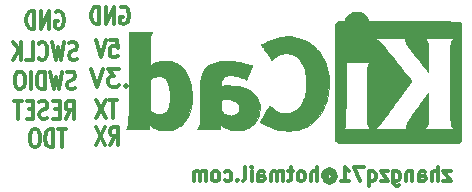
<source format=gbr>
G04 #@! TF.GenerationSoftware,KiCad,Pcbnew,(5.0-dev-4069-g322ce84fb)*
G04 #@! TF.CreationDate,2018-04-09T14:07:30+08:00*
G04 #@! TF.ProjectId,ZZQDap,5A5A514461702E6B696361645F706362,rev?*
G04 #@! TF.SameCoordinates,Original*
G04 #@! TF.FileFunction,Legend,Bot*
G04 #@! TF.FilePolarity,Positive*
%FSLAX46Y46*%
G04 Gerber Fmt 4.6, Leading zero omitted, Abs format (unit mm)*
G04 Created by KiCad (PCBNEW (5.0-dev-4069-g322ce84fb)) date 04/09/18 14:07:30*
%MOMM*%
%LPD*%
G01*
G04 APERTURE LIST*
%ADD10C,0.300000*%
%ADD11C,0.010000*%
G04 APERTURE END LIST*
D10*
X143442857Y-117642857D02*
X142814285Y-117642857D01*
X143442857Y-118442857D01*
X142814285Y-118442857D01*
X142357142Y-118442857D02*
X142357142Y-117242857D01*
X141842857Y-118442857D02*
X141842857Y-117814285D01*
X141900000Y-117700000D01*
X142014285Y-117642857D01*
X142185714Y-117642857D01*
X142300000Y-117700000D01*
X142357142Y-117757142D01*
X140757142Y-118442857D02*
X140757142Y-117814285D01*
X140814285Y-117700000D01*
X140928571Y-117642857D01*
X141157142Y-117642857D01*
X141271428Y-117700000D01*
X140757142Y-118385714D02*
X140871428Y-118442857D01*
X141157142Y-118442857D01*
X141271428Y-118385714D01*
X141328571Y-118271428D01*
X141328571Y-118157142D01*
X141271428Y-118042857D01*
X141157142Y-117985714D01*
X140871428Y-117985714D01*
X140757142Y-117928571D01*
X140185714Y-117642857D02*
X140185714Y-118442857D01*
X140185714Y-117757142D02*
X140128571Y-117700000D01*
X140014285Y-117642857D01*
X139842857Y-117642857D01*
X139728571Y-117700000D01*
X139671428Y-117814285D01*
X139671428Y-118442857D01*
X138585714Y-117642857D02*
X138585714Y-118614285D01*
X138642857Y-118728571D01*
X138700000Y-118785714D01*
X138814285Y-118842857D01*
X138985714Y-118842857D01*
X139100000Y-118785714D01*
X138585714Y-118385714D02*
X138700000Y-118442857D01*
X138928571Y-118442857D01*
X139042857Y-118385714D01*
X139100000Y-118328571D01*
X139157142Y-118214285D01*
X139157142Y-117871428D01*
X139100000Y-117757142D01*
X139042857Y-117700000D01*
X138928571Y-117642857D01*
X138700000Y-117642857D01*
X138585714Y-117700000D01*
X138128571Y-117642857D02*
X137500000Y-117642857D01*
X138128571Y-118442857D01*
X137500000Y-118442857D01*
X136528571Y-117642857D02*
X136528571Y-118842857D01*
X136528571Y-118385714D02*
X136642857Y-118442857D01*
X136871428Y-118442857D01*
X136985714Y-118385714D01*
X137042857Y-118328571D01*
X137100000Y-118214285D01*
X137100000Y-117871428D01*
X137042857Y-117757142D01*
X136985714Y-117700000D01*
X136871428Y-117642857D01*
X136642857Y-117642857D01*
X136528571Y-117700000D01*
X136071428Y-117242857D02*
X135271428Y-117242857D01*
X135785714Y-118442857D01*
X134185714Y-118442857D02*
X134871428Y-118442857D01*
X134528571Y-118442857D02*
X134528571Y-117242857D01*
X134642857Y-117414285D01*
X134757142Y-117528571D01*
X134871428Y-117585714D01*
X132928571Y-117871428D02*
X132985714Y-117814285D01*
X133099999Y-117757142D01*
X133214285Y-117757142D01*
X133328571Y-117814285D01*
X133385714Y-117871428D01*
X133442857Y-117985714D01*
X133442857Y-118100000D01*
X133385714Y-118214285D01*
X133328571Y-118271428D01*
X133214285Y-118328571D01*
X133099999Y-118328571D01*
X132985714Y-118271428D01*
X132928571Y-118214285D01*
X132928571Y-117757142D02*
X132928571Y-118214285D01*
X132871428Y-118271428D01*
X132814285Y-118271428D01*
X132699999Y-118214285D01*
X132642857Y-118100000D01*
X132642857Y-117814285D01*
X132757142Y-117642857D01*
X132928571Y-117528571D01*
X133157142Y-117471428D01*
X133385714Y-117528571D01*
X133557142Y-117642857D01*
X133671428Y-117814285D01*
X133728571Y-118042857D01*
X133671428Y-118271428D01*
X133557142Y-118442857D01*
X133385714Y-118557142D01*
X133157142Y-118614285D01*
X132928571Y-118557142D01*
X132757142Y-118442857D01*
X132128571Y-118442857D02*
X132128571Y-117242857D01*
X131614285Y-118442857D02*
X131614285Y-117814285D01*
X131671428Y-117700000D01*
X131785714Y-117642857D01*
X131957142Y-117642857D01*
X132071428Y-117700000D01*
X132128571Y-117757142D01*
X130871428Y-118442857D02*
X130985714Y-118385714D01*
X131042857Y-118328571D01*
X131099999Y-118214285D01*
X131099999Y-117871428D01*
X131042857Y-117757142D01*
X130985714Y-117700000D01*
X130871428Y-117642857D01*
X130699999Y-117642857D01*
X130585714Y-117700000D01*
X130528571Y-117757142D01*
X130471428Y-117871428D01*
X130471428Y-118214285D01*
X130528571Y-118328571D01*
X130585714Y-118385714D01*
X130699999Y-118442857D01*
X130871428Y-118442857D01*
X130128571Y-117642857D02*
X129671428Y-117642857D01*
X129957142Y-117242857D02*
X129957142Y-118271428D01*
X129899999Y-118385714D01*
X129785714Y-118442857D01*
X129671428Y-118442857D01*
X129271428Y-118442857D02*
X129271428Y-117642857D01*
X129271428Y-117757142D02*
X129214285Y-117700000D01*
X129099999Y-117642857D01*
X128928571Y-117642857D01*
X128814285Y-117700000D01*
X128757142Y-117814285D01*
X128757142Y-118442857D01*
X128757142Y-117814285D02*
X128699999Y-117700000D01*
X128585714Y-117642857D01*
X128414285Y-117642857D01*
X128299999Y-117700000D01*
X128242857Y-117814285D01*
X128242857Y-118442857D01*
X127157142Y-118442857D02*
X127157142Y-117814285D01*
X127214285Y-117700000D01*
X127328571Y-117642857D01*
X127557142Y-117642857D01*
X127671428Y-117700000D01*
X127157142Y-118385714D02*
X127271428Y-118442857D01*
X127557142Y-118442857D01*
X127671428Y-118385714D01*
X127728571Y-118271428D01*
X127728571Y-118157142D01*
X127671428Y-118042857D01*
X127557142Y-117985714D01*
X127271428Y-117985714D01*
X127157142Y-117928571D01*
X126585714Y-118442857D02*
X126585714Y-117642857D01*
X126585714Y-117242857D02*
X126642857Y-117300000D01*
X126585714Y-117357142D01*
X126528571Y-117300000D01*
X126585714Y-117242857D01*
X126585714Y-117357142D01*
X125842857Y-118442857D02*
X125957142Y-118385714D01*
X126014285Y-118271428D01*
X126014285Y-117242857D01*
X125385714Y-118328571D02*
X125328571Y-118385714D01*
X125385714Y-118442857D01*
X125442857Y-118385714D01*
X125385714Y-118328571D01*
X125385714Y-118442857D01*
X124300000Y-118385714D02*
X124414285Y-118442857D01*
X124642857Y-118442857D01*
X124757142Y-118385714D01*
X124814285Y-118328571D01*
X124871428Y-118214285D01*
X124871428Y-117871428D01*
X124814285Y-117757142D01*
X124757142Y-117700000D01*
X124642857Y-117642857D01*
X124414285Y-117642857D01*
X124300000Y-117700000D01*
X123614285Y-118442857D02*
X123728571Y-118385714D01*
X123785714Y-118328571D01*
X123842857Y-118214285D01*
X123842857Y-117871428D01*
X123785714Y-117757142D01*
X123728571Y-117700000D01*
X123614285Y-117642857D01*
X123442857Y-117642857D01*
X123328571Y-117700000D01*
X123271428Y-117757142D01*
X123214285Y-117871428D01*
X123214285Y-118214285D01*
X123271428Y-118328571D01*
X123328571Y-118385714D01*
X123442857Y-118442857D01*
X123614285Y-118442857D01*
X122700000Y-118442857D02*
X122700000Y-117642857D01*
X122700000Y-117757142D02*
X122642857Y-117700000D01*
X122528571Y-117642857D01*
X122357142Y-117642857D01*
X122242857Y-117700000D01*
X122185714Y-117814285D01*
X122185714Y-118442857D01*
X122185714Y-117814285D02*
X122128571Y-117700000D01*
X122014285Y-117642857D01*
X121842857Y-117642857D01*
X121728571Y-117700000D01*
X121671428Y-117814285D01*
X121671428Y-118442857D01*
X114600000Y-115378571D02*
X115000000Y-114664285D01*
X115285714Y-115378571D02*
X115285714Y-113878571D01*
X114828571Y-113878571D01*
X114714285Y-113950000D01*
X114657142Y-114021428D01*
X114600000Y-114164285D01*
X114600000Y-114378571D01*
X114657142Y-114521428D01*
X114714285Y-114592857D01*
X114828571Y-114664285D01*
X115285714Y-114664285D01*
X114200000Y-113878571D02*
X113400000Y-115378571D01*
X113400000Y-113878571D02*
X114200000Y-115378571D01*
X110871428Y-114078571D02*
X110185714Y-114078571D01*
X110528571Y-115578571D02*
X110528571Y-114078571D01*
X109785714Y-115578571D02*
X109785714Y-114078571D01*
X109500000Y-114078571D01*
X109328571Y-114150000D01*
X109214285Y-114292857D01*
X109157142Y-114435714D01*
X109100000Y-114721428D01*
X109100000Y-114935714D01*
X109157142Y-115221428D01*
X109214285Y-115364285D01*
X109328571Y-115507142D01*
X109500000Y-115578571D01*
X109785714Y-115578571D01*
X108357142Y-114078571D02*
X108128571Y-114078571D01*
X108014285Y-114150000D01*
X107900000Y-114292857D01*
X107842857Y-114578571D01*
X107842857Y-115078571D01*
X107900000Y-115364285D01*
X108014285Y-115507142D01*
X108128571Y-115578571D01*
X108357142Y-115578571D01*
X108471428Y-115507142D01*
X108585714Y-115364285D01*
X108642857Y-115078571D01*
X108642857Y-114578571D01*
X108585714Y-114292857D01*
X108471428Y-114150000D01*
X108357142Y-114078571D01*
X115214285Y-111578571D02*
X114528571Y-111578571D01*
X114871428Y-113078571D02*
X114871428Y-111578571D01*
X114242857Y-111578571D02*
X113442857Y-113078571D01*
X113442857Y-111578571D02*
X114242857Y-113078571D01*
X110842857Y-113178571D02*
X111242857Y-112464285D01*
X111528571Y-113178571D02*
X111528571Y-111678571D01*
X111071428Y-111678571D01*
X110957142Y-111750000D01*
X110900000Y-111821428D01*
X110842857Y-111964285D01*
X110842857Y-112178571D01*
X110900000Y-112321428D01*
X110957142Y-112392857D01*
X111071428Y-112464285D01*
X111528571Y-112464285D01*
X110328571Y-112392857D02*
X109928571Y-112392857D01*
X109757142Y-113178571D02*
X110328571Y-113178571D01*
X110328571Y-111678571D01*
X109757142Y-111678571D01*
X109300000Y-113107142D02*
X109128571Y-113178571D01*
X108842857Y-113178571D01*
X108728571Y-113107142D01*
X108671428Y-113035714D01*
X108614285Y-112892857D01*
X108614285Y-112750000D01*
X108671428Y-112607142D01*
X108728571Y-112535714D01*
X108842857Y-112464285D01*
X109071428Y-112392857D01*
X109185714Y-112321428D01*
X109242857Y-112250000D01*
X109300000Y-112107142D01*
X109300000Y-111964285D01*
X109242857Y-111821428D01*
X109185714Y-111750000D01*
X109071428Y-111678571D01*
X108785714Y-111678571D01*
X108614285Y-111750000D01*
X108100000Y-112392857D02*
X107700000Y-112392857D01*
X107528571Y-113178571D02*
X108100000Y-113178571D01*
X108100000Y-111678571D01*
X107528571Y-111678571D01*
X107185714Y-111678571D02*
X106500000Y-111678571D01*
X106842857Y-113178571D02*
X106842857Y-111678571D01*
X117514285Y-108978571D02*
X116585714Y-108978571D01*
X117085714Y-109550000D01*
X116871428Y-109550000D01*
X116728571Y-109621428D01*
X116657142Y-109692857D01*
X116585714Y-109835714D01*
X116585714Y-110192857D01*
X116657142Y-110335714D01*
X116728571Y-110407142D01*
X116871428Y-110478571D01*
X117300000Y-110478571D01*
X117442857Y-110407142D01*
X117514285Y-110335714D01*
X115942857Y-110335714D02*
X115871428Y-110407142D01*
X115942857Y-110478571D01*
X116014285Y-110407142D01*
X115942857Y-110335714D01*
X115942857Y-110478571D01*
X115371428Y-108978571D02*
X114442857Y-108978571D01*
X114942857Y-109550000D01*
X114728571Y-109550000D01*
X114585714Y-109621428D01*
X114514285Y-109692857D01*
X114442857Y-109835714D01*
X114442857Y-110192857D01*
X114514285Y-110335714D01*
X114585714Y-110407142D01*
X114728571Y-110478571D01*
X115157142Y-110478571D01*
X115300000Y-110407142D01*
X115371428Y-110335714D01*
X114014285Y-108978571D02*
X113514285Y-110478571D01*
X113014285Y-108978571D01*
X111642857Y-110607142D02*
X111471428Y-110678571D01*
X111185714Y-110678571D01*
X111071428Y-110607142D01*
X111014285Y-110535714D01*
X110957142Y-110392857D01*
X110957142Y-110250000D01*
X111014285Y-110107142D01*
X111071428Y-110035714D01*
X111185714Y-109964285D01*
X111414285Y-109892857D01*
X111528571Y-109821428D01*
X111585714Y-109750000D01*
X111642857Y-109607142D01*
X111642857Y-109464285D01*
X111585714Y-109321428D01*
X111528571Y-109250000D01*
X111414285Y-109178571D01*
X111128571Y-109178571D01*
X110957142Y-109250000D01*
X110557142Y-109178571D02*
X110271428Y-110678571D01*
X110042857Y-109607142D01*
X109814285Y-110678571D01*
X109528571Y-109178571D01*
X109071428Y-110678571D02*
X109071428Y-109178571D01*
X108785714Y-109178571D01*
X108614285Y-109250000D01*
X108500000Y-109392857D01*
X108442857Y-109535714D01*
X108385714Y-109821428D01*
X108385714Y-110035714D01*
X108442857Y-110321428D01*
X108500000Y-110464285D01*
X108614285Y-110607142D01*
X108785714Y-110678571D01*
X109071428Y-110678571D01*
X107871428Y-110678571D02*
X107871428Y-109178571D01*
X107071428Y-109178571D02*
X106842857Y-109178571D01*
X106728571Y-109250000D01*
X106614285Y-109392857D01*
X106557142Y-109678571D01*
X106557142Y-110178571D01*
X106614285Y-110464285D01*
X106728571Y-110607142D01*
X106842857Y-110678571D01*
X107071428Y-110678571D01*
X107185714Y-110607142D01*
X107300000Y-110464285D01*
X107357142Y-110178571D01*
X107357142Y-109678571D01*
X107300000Y-109392857D01*
X107185714Y-109250000D01*
X107071428Y-109178571D01*
X114628571Y-106478571D02*
X115200000Y-106478571D01*
X115257142Y-107192857D01*
X115200000Y-107121428D01*
X115085714Y-107050000D01*
X114800000Y-107050000D01*
X114685714Y-107121428D01*
X114628571Y-107192857D01*
X114571428Y-107335714D01*
X114571428Y-107692857D01*
X114628571Y-107835714D01*
X114685714Y-107907142D01*
X114800000Y-107978571D01*
X115085714Y-107978571D01*
X115200000Y-107907142D01*
X115257142Y-107835714D01*
X114228571Y-106478571D02*
X113828571Y-107978571D01*
X113428571Y-106478571D01*
X111814285Y-108107142D02*
X111642857Y-108178571D01*
X111357142Y-108178571D01*
X111242857Y-108107142D01*
X111185714Y-108035714D01*
X111128571Y-107892857D01*
X111128571Y-107750000D01*
X111185714Y-107607142D01*
X111242857Y-107535714D01*
X111357142Y-107464285D01*
X111585714Y-107392857D01*
X111700000Y-107321428D01*
X111757142Y-107250000D01*
X111814285Y-107107142D01*
X111814285Y-106964285D01*
X111757142Y-106821428D01*
X111700000Y-106750000D01*
X111585714Y-106678571D01*
X111300000Y-106678571D01*
X111128571Y-106750000D01*
X110728571Y-106678571D02*
X110442857Y-108178571D01*
X110214285Y-107107142D01*
X109985714Y-108178571D01*
X109700000Y-106678571D01*
X108557142Y-108035714D02*
X108614285Y-108107142D01*
X108785714Y-108178571D01*
X108900000Y-108178571D01*
X109071428Y-108107142D01*
X109185714Y-107964285D01*
X109242857Y-107821428D01*
X109300000Y-107535714D01*
X109300000Y-107321428D01*
X109242857Y-107035714D01*
X109185714Y-106892857D01*
X109071428Y-106750000D01*
X108900000Y-106678571D01*
X108785714Y-106678571D01*
X108614285Y-106750000D01*
X108557142Y-106821428D01*
X107471428Y-108178571D02*
X108042857Y-108178571D01*
X108042857Y-106678571D01*
X107071428Y-108178571D02*
X107071428Y-106678571D01*
X106385714Y-108178571D02*
X106900000Y-107321428D01*
X106385714Y-106678571D02*
X107071428Y-107535714D01*
X115514285Y-103750000D02*
X115628571Y-103678571D01*
X115800000Y-103678571D01*
X115971428Y-103750000D01*
X116085714Y-103892857D01*
X116142857Y-104035714D01*
X116200000Y-104321428D01*
X116200000Y-104535714D01*
X116142857Y-104821428D01*
X116085714Y-104964285D01*
X115971428Y-105107142D01*
X115800000Y-105178571D01*
X115685714Y-105178571D01*
X115514285Y-105107142D01*
X115457142Y-105035714D01*
X115457142Y-104535714D01*
X115685714Y-104535714D01*
X114942857Y-105178571D02*
X114942857Y-103678571D01*
X114257142Y-105178571D01*
X114257142Y-103678571D01*
X113685714Y-105178571D02*
X113685714Y-103678571D01*
X113400000Y-103678571D01*
X113228571Y-103750000D01*
X113114285Y-103892857D01*
X113057142Y-104035714D01*
X113000000Y-104321428D01*
X113000000Y-104535714D01*
X113057142Y-104821428D01*
X113114285Y-104964285D01*
X113228571Y-105107142D01*
X113400000Y-105178571D01*
X113685714Y-105178571D01*
X110014285Y-104150000D02*
X110128571Y-104078571D01*
X110300000Y-104078571D01*
X110471428Y-104150000D01*
X110585714Y-104292857D01*
X110642857Y-104435714D01*
X110700000Y-104721428D01*
X110700000Y-104935714D01*
X110642857Y-105221428D01*
X110585714Y-105364285D01*
X110471428Y-105507142D01*
X110300000Y-105578571D01*
X110185714Y-105578571D01*
X110014285Y-105507142D01*
X109957142Y-105435714D01*
X109957142Y-104935714D01*
X110185714Y-104935714D01*
X109442857Y-105578571D02*
X109442857Y-104078571D01*
X108757142Y-105578571D01*
X108757142Y-104078571D01*
X108185714Y-105578571D02*
X108185714Y-104078571D01*
X107900000Y-104078571D01*
X107728571Y-104150000D01*
X107614285Y-104292857D01*
X107557142Y-104435714D01*
X107500000Y-104721428D01*
X107500000Y-104935714D01*
X107557142Y-105221428D01*
X107614285Y-105364285D01*
X107728571Y-105507142D01*
X107900000Y-105578571D01*
X108185714Y-105578571D01*
D11*
G36*
X116171549Y-109641606D02*
X116170925Y-110049269D01*
X116170311Y-110427290D01*
X116169699Y-110776818D01*
X116169080Y-111098999D01*
X116168444Y-111394980D01*
X116167783Y-111665910D01*
X116167088Y-111912934D01*
X116166351Y-112137200D01*
X116165563Y-112339855D01*
X116164714Y-112522046D01*
X116163796Y-112684920D01*
X116162800Y-112829624D01*
X116161718Y-112957306D01*
X116160541Y-113069112D01*
X116159259Y-113166190D01*
X116157864Y-113249687D01*
X116156347Y-113320749D01*
X116154700Y-113380524D01*
X116152913Y-113430160D01*
X116150978Y-113470802D01*
X116148887Y-113503598D01*
X116146629Y-113529696D01*
X116144197Y-113550243D01*
X116141581Y-113566384D01*
X116141435Y-113567150D01*
X116105051Y-113722880D01*
X116060665Y-113851601D01*
X116007218Y-113956298D01*
X115998906Y-113969278D01*
X115971112Y-114012406D01*
X115951710Y-114044276D01*
X115945212Y-114057162D01*
X115960171Y-114058278D01*
X116003312Y-114059331D01*
X116072026Y-114060305D01*
X116163707Y-114061182D01*
X116275749Y-114061945D01*
X116405544Y-114062577D01*
X116550485Y-114063060D01*
X116707966Y-114063377D01*
X116875379Y-114063512D01*
X116907333Y-114063516D01*
X117869454Y-114063516D01*
X117869454Y-113848000D01*
X117870229Y-113770599D01*
X117872358Y-113705599D01*
X117875545Y-113658490D01*
X117879496Y-113634762D01*
X117881000Y-113632996D01*
X117897128Y-113642641D01*
X117930352Y-113667970D01*
X117974665Y-113704313D01*
X117994874Y-113721512D01*
X118160201Y-113845238D01*
X118347624Y-113952551D01*
X118551890Y-114041186D01*
X118767752Y-114108878D01*
X118989959Y-114153362D01*
X118998864Y-114154621D01*
X119091591Y-114163530D01*
X119204942Y-114168321D01*
X119329047Y-114169098D01*
X119454034Y-114165969D01*
X119570030Y-114159040D01*
X119667166Y-114148418D01*
X119674408Y-114147322D01*
X119830674Y-114113730D01*
X119997573Y-114061563D01*
X120165860Y-113994680D01*
X120326289Y-113916941D01*
X120469616Y-113832206D01*
X120529310Y-113790415D01*
X120670257Y-113672736D01*
X120810815Y-113531693D01*
X120944922Y-113374181D01*
X121066510Y-113207097D01*
X121128565Y-113109091D01*
X121219340Y-112937773D01*
X121302236Y-112742715D01*
X121375102Y-112530424D01*
X121435789Y-112307409D01*
X121482147Y-112080181D01*
X121494610Y-112000715D01*
X121509913Y-111866411D01*
X121520986Y-111709619D01*
X121527626Y-111538378D01*
X121529631Y-111360722D01*
X121528377Y-111282758D01*
X119656003Y-111282758D01*
X119655542Y-111413767D01*
X119653277Y-111538870D01*
X119649213Y-111651124D01*
X119643355Y-111743588D01*
X119639161Y-111785213D01*
X119603635Y-112002818D01*
X119553505Y-112193487D01*
X119488648Y-112357453D01*
X119408938Y-112494950D01*
X119314253Y-112606210D01*
X119204469Y-112691468D01*
X119140121Y-112726191D01*
X119007208Y-112771767D01*
X118859027Y-112791849D01*
X118697708Y-112786341D01*
X118525381Y-112755148D01*
X118519484Y-112753668D01*
X118429730Y-112724488D01*
X118326918Y-112680791D01*
X118221618Y-112627804D01*
X118124397Y-112570749D01*
X118061878Y-112527473D01*
X117984909Y-112468951D01*
X117984909Y-109854303D01*
X118106004Y-109773397D01*
X118260611Y-109684852D01*
X118419737Y-109621564D01*
X118579944Y-109583996D01*
X118737798Y-109572609D01*
X118889863Y-109587866D01*
X119032702Y-109630228D01*
X119065155Y-109644445D01*
X119151336Y-109696055D01*
X119239832Y-109768487D01*
X119322391Y-109853648D01*
X119390760Y-109943442D01*
X119419297Y-109991819D01*
X119476389Y-110119720D01*
X119528300Y-110272313D01*
X119573499Y-110443719D01*
X119610456Y-110628057D01*
X119637640Y-110819449D01*
X119639733Y-110838485D01*
X119646527Y-110923706D01*
X119651500Y-111030785D01*
X119654658Y-111152784D01*
X119656003Y-111282758D01*
X121528377Y-111282758D01*
X121526798Y-111184689D01*
X121519244Y-111023213D01*
X121487415Y-110673701D01*
X121438588Y-110349235D01*
X121372525Y-110049036D01*
X121288986Y-109772324D01*
X121187735Y-109518319D01*
X121068534Y-109286242D01*
X120931144Y-109075312D01*
X120919968Y-109060146D01*
X120759693Y-108867807D01*
X120584143Y-108701943D01*
X120392404Y-108561968D01*
X120183560Y-108447296D01*
X119956696Y-108357340D01*
X119724424Y-108294409D01*
X119643247Y-108281757D01*
X119539029Y-108272928D01*
X119419277Y-108267910D01*
X119291498Y-108266695D01*
X119163199Y-108269273D01*
X119041887Y-108275635D01*
X118935070Y-108285769D01*
X118870769Y-108295506D01*
X118670433Y-108343008D01*
X118480195Y-108407996D01*
X118305373Y-108488154D01*
X118151285Y-108581164D01*
X118066814Y-108645685D01*
X118027443Y-108677685D01*
X117997656Y-108699692D01*
X117985385Y-108706425D01*
X117983973Y-108691417D01*
X117982739Y-108647937D01*
X117981692Y-108578299D01*
X117980841Y-108484819D01*
X117980196Y-108369812D01*
X117979765Y-108235593D01*
X117979558Y-108084476D01*
X117979584Y-107918778D01*
X117979851Y-107740812D01*
X117980369Y-107552894D01*
X117980607Y-107486455D01*
X117985222Y-106266485D01*
X118020159Y-106163100D01*
X118047564Y-106096142D01*
X118085355Y-106021319D01*
X118123911Y-105957091D01*
X118155946Y-105908664D01*
X118180035Y-105871002D01*
X118192074Y-105850562D01*
X118192727Y-105848810D01*
X118177758Y-105847839D01*
X118134548Y-105846920D01*
X118065644Y-105846068D01*
X117973594Y-105845298D01*
X117860946Y-105844623D01*
X117730245Y-105844058D01*
X117584040Y-105843617D01*
X117424878Y-105843315D01*
X117255306Y-105843166D01*
X117184975Y-105843152D01*
X116177223Y-105843152D01*
X116171549Y-109641606D01*
X116171549Y-109641606D01*
G37*
X116171549Y-109641606D02*
X116170925Y-110049269D01*
X116170311Y-110427290D01*
X116169699Y-110776818D01*
X116169080Y-111098999D01*
X116168444Y-111394980D01*
X116167783Y-111665910D01*
X116167088Y-111912934D01*
X116166351Y-112137200D01*
X116165563Y-112339855D01*
X116164714Y-112522046D01*
X116163796Y-112684920D01*
X116162800Y-112829624D01*
X116161718Y-112957306D01*
X116160541Y-113069112D01*
X116159259Y-113166190D01*
X116157864Y-113249687D01*
X116156347Y-113320749D01*
X116154700Y-113380524D01*
X116152913Y-113430160D01*
X116150978Y-113470802D01*
X116148887Y-113503598D01*
X116146629Y-113529696D01*
X116144197Y-113550243D01*
X116141581Y-113566384D01*
X116141435Y-113567150D01*
X116105051Y-113722880D01*
X116060665Y-113851601D01*
X116007218Y-113956298D01*
X115998906Y-113969278D01*
X115971112Y-114012406D01*
X115951710Y-114044276D01*
X115945212Y-114057162D01*
X115960171Y-114058278D01*
X116003312Y-114059331D01*
X116072026Y-114060305D01*
X116163707Y-114061182D01*
X116275749Y-114061945D01*
X116405544Y-114062577D01*
X116550485Y-114063060D01*
X116707966Y-114063377D01*
X116875379Y-114063512D01*
X116907333Y-114063516D01*
X117869454Y-114063516D01*
X117869454Y-113848000D01*
X117870229Y-113770599D01*
X117872358Y-113705599D01*
X117875545Y-113658490D01*
X117879496Y-113634762D01*
X117881000Y-113632996D01*
X117897128Y-113642641D01*
X117930352Y-113667970D01*
X117974665Y-113704313D01*
X117994874Y-113721512D01*
X118160201Y-113845238D01*
X118347624Y-113952551D01*
X118551890Y-114041186D01*
X118767752Y-114108878D01*
X118989959Y-114153362D01*
X118998864Y-114154621D01*
X119091591Y-114163530D01*
X119204942Y-114168321D01*
X119329047Y-114169098D01*
X119454034Y-114165969D01*
X119570030Y-114159040D01*
X119667166Y-114148418D01*
X119674408Y-114147322D01*
X119830674Y-114113730D01*
X119997573Y-114061563D01*
X120165860Y-113994680D01*
X120326289Y-113916941D01*
X120469616Y-113832206D01*
X120529310Y-113790415D01*
X120670257Y-113672736D01*
X120810815Y-113531693D01*
X120944922Y-113374181D01*
X121066510Y-113207097D01*
X121128565Y-113109091D01*
X121219340Y-112937773D01*
X121302236Y-112742715D01*
X121375102Y-112530424D01*
X121435789Y-112307409D01*
X121482147Y-112080181D01*
X121494610Y-112000715D01*
X121509913Y-111866411D01*
X121520986Y-111709619D01*
X121527626Y-111538378D01*
X121529631Y-111360722D01*
X121528377Y-111282758D01*
X119656003Y-111282758D01*
X119655542Y-111413767D01*
X119653277Y-111538870D01*
X119649213Y-111651124D01*
X119643355Y-111743588D01*
X119639161Y-111785213D01*
X119603635Y-112002818D01*
X119553505Y-112193487D01*
X119488648Y-112357453D01*
X119408938Y-112494950D01*
X119314253Y-112606210D01*
X119204469Y-112691468D01*
X119140121Y-112726191D01*
X119007208Y-112771767D01*
X118859027Y-112791849D01*
X118697708Y-112786341D01*
X118525381Y-112755148D01*
X118519484Y-112753668D01*
X118429730Y-112724488D01*
X118326918Y-112680791D01*
X118221618Y-112627804D01*
X118124397Y-112570749D01*
X118061878Y-112527473D01*
X117984909Y-112468951D01*
X117984909Y-109854303D01*
X118106004Y-109773397D01*
X118260611Y-109684852D01*
X118419737Y-109621564D01*
X118579944Y-109583996D01*
X118737798Y-109572609D01*
X118889863Y-109587866D01*
X119032702Y-109630228D01*
X119065155Y-109644445D01*
X119151336Y-109696055D01*
X119239832Y-109768487D01*
X119322391Y-109853648D01*
X119390760Y-109943442D01*
X119419297Y-109991819D01*
X119476389Y-110119720D01*
X119528300Y-110272313D01*
X119573499Y-110443719D01*
X119610456Y-110628057D01*
X119637640Y-110819449D01*
X119639733Y-110838485D01*
X119646527Y-110923706D01*
X119651500Y-111030785D01*
X119654658Y-111152784D01*
X119656003Y-111282758D01*
X121528377Y-111282758D01*
X121526798Y-111184689D01*
X121519244Y-111023213D01*
X121487415Y-110673701D01*
X121438588Y-110349235D01*
X121372525Y-110049036D01*
X121288986Y-109772324D01*
X121187735Y-109518319D01*
X121068534Y-109286242D01*
X120931144Y-109075312D01*
X120919968Y-109060146D01*
X120759693Y-108867807D01*
X120584143Y-108701943D01*
X120392404Y-108561968D01*
X120183560Y-108447296D01*
X119956696Y-108357340D01*
X119724424Y-108294409D01*
X119643247Y-108281757D01*
X119539029Y-108272928D01*
X119419277Y-108267910D01*
X119291498Y-108266695D01*
X119163199Y-108269273D01*
X119041887Y-108275635D01*
X118935070Y-108285769D01*
X118870769Y-108295506D01*
X118670433Y-108343008D01*
X118480195Y-108407996D01*
X118305373Y-108488154D01*
X118151285Y-108581164D01*
X118066814Y-108645685D01*
X118027443Y-108677685D01*
X117997656Y-108699692D01*
X117985385Y-108706425D01*
X117983973Y-108691417D01*
X117982739Y-108647937D01*
X117981692Y-108578299D01*
X117980841Y-108484819D01*
X117980196Y-108369812D01*
X117979765Y-108235593D01*
X117979558Y-108084476D01*
X117979584Y-107918778D01*
X117979851Y-107740812D01*
X117980369Y-107552894D01*
X117980607Y-107486455D01*
X117985222Y-106266485D01*
X118020159Y-106163100D01*
X118047564Y-106096142D01*
X118085355Y-106021319D01*
X118123911Y-105957091D01*
X118155946Y-105908664D01*
X118180035Y-105871002D01*
X118192074Y-105850562D01*
X118192727Y-105848810D01*
X118177758Y-105847839D01*
X118134548Y-105846920D01*
X118065644Y-105846068D01*
X117973594Y-105845298D01*
X117860946Y-105844623D01*
X117730245Y-105844058D01*
X117584040Y-105843617D01*
X117424878Y-105843315D01*
X117255306Y-105843166D01*
X117184975Y-105843152D01*
X116177223Y-105843152D01*
X116171549Y-109641606D01*
G36*
X124195154Y-108269935D02*
X123909187Y-108299564D01*
X123645438Y-108349030D01*
X123404178Y-108418209D01*
X123185680Y-108506976D01*
X122990216Y-108615207D01*
X122818058Y-108742778D01*
X122669478Y-108889563D01*
X122544747Y-109055439D01*
X122467497Y-109191334D01*
X122414371Y-109313297D01*
X122363636Y-109459795D01*
X122316948Y-109624582D01*
X122275963Y-109801413D01*
X122242336Y-109984045D01*
X122224655Y-110107273D01*
X122221217Y-110147431D01*
X122217974Y-110212275D01*
X122214914Y-110302426D01*
X122212029Y-110418508D01*
X122209310Y-110561142D01*
X122206746Y-110730950D01*
X122204328Y-110928554D01*
X122202046Y-111154576D01*
X122199892Y-111409639D01*
X122197854Y-111694364D01*
X122196285Y-111946849D01*
X122186378Y-113640182D01*
X122151823Y-113743568D01*
X122124620Y-113810507D01*
X122086979Y-113885311D01*
X122048452Y-113949576D01*
X122016414Y-113998021D01*
X121992325Y-114035720D01*
X121980288Y-114056208D01*
X121979636Y-114057974D01*
X121994594Y-114058928D01*
X122037728Y-114059709D01*
X122106425Y-114060311D01*
X122198073Y-114060730D01*
X122310060Y-114060960D01*
X122439774Y-114060997D01*
X122584603Y-114060836D01*
X122741935Y-114060472D01*
X122909157Y-114059900D01*
X122937909Y-114059784D01*
X123896181Y-114055819D01*
X123900464Y-113844152D01*
X123902380Y-113767441D01*
X123904678Y-113703128D01*
X123907108Y-113656770D01*
X123909416Y-113633924D01*
X123910064Y-113632485D01*
X123923212Y-113642107D01*
X123951953Y-113667088D01*
X123982751Y-113695251D01*
X124119542Y-113806271D01*
X124279972Y-113908382D01*
X124457404Y-113998266D01*
X124645201Y-114072604D01*
X124836726Y-114128078D01*
X124858303Y-114133012D01*
X124910567Y-114141247D01*
X124986510Y-114148830D01*
X125079168Y-114155489D01*
X125181582Y-114160948D01*
X125286788Y-114164934D01*
X125387826Y-114167173D01*
X125477734Y-114167391D01*
X125549551Y-114165314D01*
X125589515Y-114161785D01*
X125822792Y-114115851D01*
X126047760Y-114047318D01*
X126260403Y-113958077D01*
X126456708Y-113850020D01*
X126632657Y-113725038D01*
X126759673Y-113610501D01*
X126911091Y-113436960D01*
X127035895Y-113249263D01*
X127134322Y-113046784D01*
X127206614Y-112828897D01*
X127253007Y-112594977D01*
X127273743Y-112344399D01*
X127274763Y-112277819D01*
X125558727Y-112277819D01*
X125557813Y-112355068D01*
X125554078Y-112410745D01*
X125546031Y-112454037D01*
X125532179Y-112494130D01*
X125518747Y-112524122D01*
X125447681Y-112639415D01*
X125352825Y-112738068D01*
X125238011Y-112817032D01*
X125107073Y-112873261D01*
X125064057Y-112885536D01*
X124981581Y-112899009D01*
X124879524Y-112904619D01*
X124767966Y-112902762D01*
X124656985Y-112893839D01*
X124556658Y-112878249D01*
X124496545Y-112863077D01*
X124363477Y-112811074D01*
X124249943Y-112742737D01*
X124149068Y-112653093D01*
X124062891Y-112549368D01*
X123996242Y-112459159D01*
X123996242Y-112015337D01*
X123996727Y-111892419D01*
X123998114Y-111784188D01*
X124000301Y-111693869D01*
X124003185Y-111624685D01*
X124006664Y-111579861D01*
X124010607Y-111562636D01*
X124030591Y-111557997D01*
X124075034Y-111551621D01*
X124137710Y-111544291D01*
X124212394Y-111536791D01*
X124226111Y-111535530D01*
X124462186Y-111527075D01*
X124690188Y-111544697D01*
X124906929Y-111587887D01*
X125109223Y-111656136D01*
X125180776Y-111688118D01*
X125305726Y-111763959D01*
X125409984Y-111860728D01*
X125490752Y-111975668D01*
X125509334Y-112011906D01*
X125531888Y-112061872D01*
X125546300Y-112103288D01*
X125554376Y-112145862D01*
X125557916Y-112199302D01*
X125558726Y-112273316D01*
X125558727Y-112277819D01*
X127274763Y-112277819D01*
X127274999Y-112262425D01*
X127263178Y-112024361D01*
X127227113Y-111804694D01*
X127166007Y-111601871D01*
X127079065Y-111414340D01*
X126965492Y-111240547D01*
X126824492Y-111078939D01*
X126655270Y-110927963D01*
X126551636Y-110850140D01*
X126378581Y-110738860D01*
X126194368Y-110643448D01*
X125996219Y-110563097D01*
X125781356Y-110496998D01*
X125547001Y-110444341D01*
X125290374Y-110404319D01*
X125008698Y-110376122D01*
X124896788Y-110368477D01*
X124808498Y-110364378D01*
X124705602Y-110361628D01*
X124593494Y-110360170D01*
X124477573Y-110359950D01*
X124363235Y-110360908D01*
X124255878Y-110362989D01*
X124160898Y-110366137D01*
X124083693Y-110370293D01*
X124029658Y-110375401D01*
X124015485Y-110377751D01*
X123996385Y-110379678D01*
X123986013Y-110370946D01*
X123981717Y-110344965D01*
X123980849Y-110295148D01*
X123980848Y-110291645D01*
X123992177Y-110146477D01*
X124024481Y-110003594D01*
X124075234Y-109870281D01*
X124141912Y-109753822D01*
X124187135Y-109696592D01*
X124263273Y-109624361D01*
X124348309Y-109569404D01*
X124446632Y-109530227D01*
X124562635Y-109505341D01*
X124700707Y-109493252D01*
X124790734Y-109491516D01*
X124988834Y-109499561D01*
X125183922Y-109524548D01*
X125381298Y-109567755D01*
X125586262Y-109630460D01*
X125804113Y-109713939D01*
X125918522Y-109763420D01*
X125994086Y-109796824D01*
X126059057Y-109824828D01*
X126108597Y-109845403D01*
X126137868Y-109856522D01*
X126143699Y-109857802D01*
X126151341Y-109841914D01*
X126168911Y-109801927D01*
X126194579Y-109742193D01*
X126226517Y-109667068D01*
X126262896Y-109580906D01*
X126301887Y-109488062D01*
X126341662Y-109392890D01*
X126380392Y-109299744D01*
X126416248Y-109212980D01*
X126447402Y-109136951D01*
X126472024Y-109076013D01*
X126472077Y-109075879D01*
X126506831Y-108989665D01*
X126543603Y-108899772D01*
X126577858Y-108817216D01*
X126603578Y-108756455D01*
X126658226Y-108629455D01*
X126613409Y-108629455D01*
X126562920Y-108625165D01*
X126482876Y-108612296D01*
X126373289Y-108590850D01*
X126234172Y-108560831D01*
X126065537Y-108522242D01*
X125867396Y-108475083D01*
X125766545Y-108450563D01*
X125579987Y-108405500D01*
X125418652Y-108368007D01*
X125278098Y-108337414D01*
X125153885Y-108313052D01*
X125041569Y-108294252D01*
X124936709Y-108280345D01*
X124834863Y-108270662D01*
X124731590Y-108264534D01*
X124622447Y-108261292D01*
X124503067Y-108260267D01*
X124195154Y-108269935D01*
X124195154Y-108269935D01*
G37*
X124195154Y-108269935D02*
X123909187Y-108299564D01*
X123645438Y-108349030D01*
X123404178Y-108418209D01*
X123185680Y-108506976D01*
X122990216Y-108615207D01*
X122818058Y-108742778D01*
X122669478Y-108889563D01*
X122544747Y-109055439D01*
X122467497Y-109191334D01*
X122414371Y-109313297D01*
X122363636Y-109459795D01*
X122316948Y-109624582D01*
X122275963Y-109801413D01*
X122242336Y-109984045D01*
X122224655Y-110107273D01*
X122221217Y-110147431D01*
X122217974Y-110212275D01*
X122214914Y-110302426D01*
X122212029Y-110418508D01*
X122209310Y-110561142D01*
X122206746Y-110730950D01*
X122204328Y-110928554D01*
X122202046Y-111154576D01*
X122199892Y-111409639D01*
X122197854Y-111694364D01*
X122196285Y-111946849D01*
X122186378Y-113640182D01*
X122151823Y-113743568D01*
X122124620Y-113810507D01*
X122086979Y-113885311D01*
X122048452Y-113949576D01*
X122016414Y-113998021D01*
X121992325Y-114035720D01*
X121980288Y-114056208D01*
X121979636Y-114057974D01*
X121994594Y-114058928D01*
X122037728Y-114059709D01*
X122106425Y-114060311D01*
X122198073Y-114060730D01*
X122310060Y-114060960D01*
X122439774Y-114060997D01*
X122584603Y-114060836D01*
X122741935Y-114060472D01*
X122909157Y-114059900D01*
X122937909Y-114059784D01*
X123896181Y-114055819D01*
X123900464Y-113844152D01*
X123902380Y-113767441D01*
X123904678Y-113703128D01*
X123907108Y-113656770D01*
X123909416Y-113633924D01*
X123910064Y-113632485D01*
X123923212Y-113642107D01*
X123951953Y-113667088D01*
X123982751Y-113695251D01*
X124119542Y-113806271D01*
X124279972Y-113908382D01*
X124457404Y-113998266D01*
X124645201Y-114072604D01*
X124836726Y-114128078D01*
X124858303Y-114133012D01*
X124910567Y-114141247D01*
X124986510Y-114148830D01*
X125079168Y-114155489D01*
X125181582Y-114160948D01*
X125286788Y-114164934D01*
X125387826Y-114167173D01*
X125477734Y-114167391D01*
X125549551Y-114165314D01*
X125589515Y-114161785D01*
X125822792Y-114115851D01*
X126047760Y-114047318D01*
X126260403Y-113958077D01*
X126456708Y-113850020D01*
X126632657Y-113725038D01*
X126759673Y-113610501D01*
X126911091Y-113436960D01*
X127035895Y-113249263D01*
X127134322Y-113046784D01*
X127206614Y-112828897D01*
X127253007Y-112594977D01*
X127273743Y-112344399D01*
X127274763Y-112277819D01*
X125558727Y-112277819D01*
X125557813Y-112355068D01*
X125554078Y-112410745D01*
X125546031Y-112454037D01*
X125532179Y-112494130D01*
X125518747Y-112524122D01*
X125447681Y-112639415D01*
X125352825Y-112738068D01*
X125238011Y-112817032D01*
X125107073Y-112873261D01*
X125064057Y-112885536D01*
X124981581Y-112899009D01*
X124879524Y-112904619D01*
X124767966Y-112902762D01*
X124656985Y-112893839D01*
X124556658Y-112878249D01*
X124496545Y-112863077D01*
X124363477Y-112811074D01*
X124249943Y-112742737D01*
X124149068Y-112653093D01*
X124062891Y-112549368D01*
X123996242Y-112459159D01*
X123996242Y-112015337D01*
X123996727Y-111892419D01*
X123998114Y-111784188D01*
X124000301Y-111693869D01*
X124003185Y-111624685D01*
X124006664Y-111579861D01*
X124010607Y-111562636D01*
X124030591Y-111557997D01*
X124075034Y-111551621D01*
X124137710Y-111544291D01*
X124212394Y-111536791D01*
X124226111Y-111535530D01*
X124462186Y-111527075D01*
X124690188Y-111544697D01*
X124906929Y-111587887D01*
X125109223Y-111656136D01*
X125180776Y-111688118D01*
X125305726Y-111763959D01*
X125409984Y-111860728D01*
X125490752Y-111975668D01*
X125509334Y-112011906D01*
X125531888Y-112061872D01*
X125546300Y-112103288D01*
X125554376Y-112145862D01*
X125557916Y-112199302D01*
X125558726Y-112273316D01*
X125558727Y-112277819D01*
X127274763Y-112277819D01*
X127274999Y-112262425D01*
X127263178Y-112024361D01*
X127227113Y-111804694D01*
X127166007Y-111601871D01*
X127079065Y-111414340D01*
X126965492Y-111240547D01*
X126824492Y-111078939D01*
X126655270Y-110927963D01*
X126551636Y-110850140D01*
X126378581Y-110738860D01*
X126194368Y-110643448D01*
X125996219Y-110563097D01*
X125781356Y-110496998D01*
X125547001Y-110444341D01*
X125290374Y-110404319D01*
X125008698Y-110376122D01*
X124896788Y-110368477D01*
X124808498Y-110364378D01*
X124705602Y-110361628D01*
X124593494Y-110360170D01*
X124477573Y-110359950D01*
X124363235Y-110360908D01*
X124255878Y-110362989D01*
X124160898Y-110366137D01*
X124083693Y-110370293D01*
X124029658Y-110375401D01*
X124015485Y-110377751D01*
X123996385Y-110379678D01*
X123986013Y-110370946D01*
X123981717Y-110344965D01*
X123980849Y-110295148D01*
X123980848Y-110291645D01*
X123992177Y-110146477D01*
X124024481Y-110003594D01*
X124075234Y-109870281D01*
X124141912Y-109753822D01*
X124187135Y-109696592D01*
X124263273Y-109624361D01*
X124348309Y-109569404D01*
X124446632Y-109530227D01*
X124562635Y-109505341D01*
X124700707Y-109493252D01*
X124790734Y-109491516D01*
X124988834Y-109499561D01*
X125183922Y-109524548D01*
X125381298Y-109567755D01*
X125586262Y-109630460D01*
X125804113Y-109713939D01*
X125918522Y-109763420D01*
X125994086Y-109796824D01*
X126059057Y-109824828D01*
X126108597Y-109845403D01*
X126137868Y-109856522D01*
X126143699Y-109857802D01*
X126151341Y-109841914D01*
X126168911Y-109801927D01*
X126194579Y-109742193D01*
X126226517Y-109667068D01*
X126262896Y-109580906D01*
X126301887Y-109488062D01*
X126341662Y-109392890D01*
X126380392Y-109299744D01*
X126416248Y-109212980D01*
X126447402Y-109136951D01*
X126472024Y-109076013D01*
X126472077Y-109075879D01*
X126506831Y-108989665D01*
X126543603Y-108899772D01*
X126577858Y-108817216D01*
X126603578Y-108756455D01*
X126658226Y-108629455D01*
X126613409Y-108629455D01*
X126562920Y-108625165D01*
X126482876Y-108612296D01*
X126373289Y-108590850D01*
X126234172Y-108560831D01*
X126065537Y-108522242D01*
X125867396Y-108475083D01*
X125766545Y-108450563D01*
X125579987Y-108405500D01*
X125418652Y-108368007D01*
X125278098Y-108337414D01*
X125153885Y-108313052D01*
X125041569Y-108294252D01*
X124936709Y-108280345D01*
X124834863Y-108270662D01*
X124731590Y-108264534D01*
X124622447Y-108261292D01*
X124503067Y-108260267D01*
X124195154Y-108269935D01*
G36*
X129215767Y-106225398D02*
X128960788Y-106266899D01*
X128727490Y-106323609D01*
X128480500Y-106402493D01*
X128225171Y-106501538D01*
X127966856Y-106618727D01*
X127798545Y-106704388D01*
X127683078Y-106763784D01*
X127582011Y-106811765D01*
X127498352Y-106847053D01*
X127435110Y-106868367D01*
X127398773Y-106874546D01*
X127386419Y-106877280D01*
X127384507Y-106888209D01*
X127394917Y-106911424D01*
X127419532Y-106951018D01*
X127460234Y-107011080D01*
X127464275Y-107016940D01*
X127500391Y-107069433D01*
X127550201Y-107142054D01*
X127610063Y-107229483D01*
X127676339Y-107326401D01*
X127745389Y-107427491D01*
X127798751Y-107505697D01*
X127868559Y-107607836D01*
X127939518Y-107711260D01*
X128007733Y-107810320D01*
X128069310Y-107899369D01*
X128120354Y-107972761D01*
X128148961Y-108013536D01*
X128193259Y-108076568D01*
X128231801Y-108131942D01*
X128260695Y-108174030D01*
X128276050Y-108197203D01*
X128276691Y-108198263D01*
X128287695Y-108206043D01*
X128305877Y-108197533D01*
X128335458Y-108169780D01*
X128367518Y-108134725D01*
X128436250Y-108066240D01*
X128524213Y-107991672D01*
X128622585Y-107917628D01*
X128722547Y-107850718D01*
X128815280Y-107797549D01*
X128822242Y-107794027D01*
X129002616Y-107720129D01*
X129197574Y-107671764D01*
X129408351Y-107648702D01*
X129607333Y-107649129D01*
X129819735Y-107672605D01*
X130016684Y-107721719D01*
X130198409Y-107796701D01*
X130365137Y-107897779D01*
X130517096Y-108025181D01*
X130654516Y-108179135D01*
X130777623Y-108359871D01*
X130886647Y-108567617D01*
X130981815Y-108802601D01*
X131063355Y-109065051D01*
X131078317Y-109121906D01*
X131110317Y-109253404D01*
X131135956Y-109375038D01*
X131155867Y-109492776D01*
X131170681Y-109612587D01*
X131181031Y-109740438D01*
X131187548Y-109882299D01*
X131190866Y-110044138D01*
X131191640Y-110191940D01*
X131189869Y-110403740D01*
X131183924Y-110590313D01*
X131173116Y-110757020D01*
X131156760Y-110909226D01*
X131134166Y-111052291D01*
X131104649Y-111191578D01*
X131067522Y-111332449D01*
X131029467Y-111457440D01*
X130958472Y-111656535D01*
X130879848Y-111831112D01*
X130790101Y-111987160D01*
X130685742Y-112130668D01*
X130563279Y-112267627D01*
X130548589Y-112282514D01*
X130383016Y-112429587D01*
X130208443Y-112547229D01*
X130024779Y-112635479D01*
X129831935Y-112694377D01*
X129629821Y-112723962D01*
X129530363Y-112727758D01*
X129299377Y-112713997D01*
X129076389Y-112670570D01*
X128861807Y-112597647D01*
X128656042Y-112495401D01*
X128459502Y-112364002D01*
X128272596Y-112203623D01*
X128266882Y-112198115D01*
X128212721Y-112146521D01*
X128166916Y-112104406D01*
X128133694Y-112075542D01*
X128117282Y-112063703D01*
X128116360Y-112063740D01*
X128107249Y-112078149D01*
X128084532Y-112115110D01*
X128050525Y-112170824D01*
X128007544Y-112241492D01*
X127957905Y-112323315D01*
X127929521Y-112370182D01*
X127826825Y-112539703D01*
X127728594Y-112701561D01*
X127636573Y-112852892D01*
X127552508Y-112990836D01*
X127478145Y-113112529D01*
X127415229Y-113215108D01*
X127365505Y-113295712D01*
X127344827Y-113328978D01*
X127312485Y-113384309D01*
X127290891Y-113428430D01*
X127282728Y-113455522D01*
X127284141Y-113460598D01*
X127305175Y-113472272D01*
X127345421Y-113490570D01*
X127386106Y-113507459D01*
X127427680Y-113526067D01*
X127490115Y-113556589D01*
X127567377Y-113595952D01*
X127653434Y-113641084D01*
X127740166Y-113687774D01*
X128026382Y-113832339D01*
X128307361Y-113950073D01*
X128588779Y-114042931D01*
X128876316Y-114112868D01*
X129076242Y-114148033D01*
X129162403Y-114158091D01*
X129271949Y-114166452D01*
X129397514Y-114172943D01*
X129531732Y-114177395D01*
X129667238Y-114179633D01*
X129796666Y-114179487D01*
X129912652Y-114176785D01*
X130007828Y-114171355D01*
X130021990Y-114170093D01*
X130250359Y-114138886D01*
X130485754Y-114089273D01*
X130720761Y-114023580D01*
X130947967Y-113944136D01*
X131159957Y-113853268D01*
X131349083Y-113753442D01*
X131598979Y-113588270D01*
X131834914Y-113396977D01*
X132055472Y-113181558D01*
X132259242Y-112944007D01*
X132444808Y-112686319D01*
X132610757Y-112410487D01*
X132755676Y-112118507D01*
X132878150Y-111812371D01*
X132976766Y-111494076D01*
X132991718Y-111436267D01*
X133050897Y-111156250D01*
X133093827Y-110856716D01*
X133120485Y-110544052D01*
X133130850Y-110224646D01*
X133124899Y-109904887D01*
X133102609Y-109591161D01*
X133063959Y-109289858D01*
X133008926Y-109007364D01*
X133000332Y-108971394D01*
X132904248Y-108638280D01*
X132783268Y-108323212D01*
X132637229Y-108025900D01*
X132465970Y-107746056D01*
X132269328Y-107483391D01*
X132047141Y-107237617D01*
X131998968Y-107189825D01*
X131830278Y-107032143D01*
X131669163Y-106896466D01*
X131508499Y-106777743D01*
X131341162Y-106670926D01*
X131160028Y-106570966D01*
X131044995Y-106513736D01*
X130758922Y-106393118D01*
X130463042Y-106301253D01*
X130159071Y-106238346D01*
X129848724Y-106204599D01*
X129533718Y-106200216D01*
X129215767Y-106225398D01*
X129215767Y-106225398D01*
G37*
X129215767Y-106225398D02*
X128960788Y-106266899D01*
X128727490Y-106323609D01*
X128480500Y-106402493D01*
X128225171Y-106501538D01*
X127966856Y-106618727D01*
X127798545Y-106704388D01*
X127683078Y-106763784D01*
X127582011Y-106811765D01*
X127498352Y-106847053D01*
X127435110Y-106868367D01*
X127398773Y-106874546D01*
X127386419Y-106877280D01*
X127384507Y-106888209D01*
X127394917Y-106911424D01*
X127419532Y-106951018D01*
X127460234Y-107011080D01*
X127464275Y-107016940D01*
X127500391Y-107069433D01*
X127550201Y-107142054D01*
X127610063Y-107229483D01*
X127676339Y-107326401D01*
X127745389Y-107427491D01*
X127798751Y-107505697D01*
X127868559Y-107607836D01*
X127939518Y-107711260D01*
X128007733Y-107810320D01*
X128069310Y-107899369D01*
X128120354Y-107972761D01*
X128148961Y-108013536D01*
X128193259Y-108076568D01*
X128231801Y-108131942D01*
X128260695Y-108174030D01*
X128276050Y-108197203D01*
X128276691Y-108198263D01*
X128287695Y-108206043D01*
X128305877Y-108197533D01*
X128335458Y-108169780D01*
X128367518Y-108134725D01*
X128436250Y-108066240D01*
X128524213Y-107991672D01*
X128622585Y-107917628D01*
X128722547Y-107850718D01*
X128815280Y-107797549D01*
X128822242Y-107794027D01*
X129002616Y-107720129D01*
X129197574Y-107671764D01*
X129408351Y-107648702D01*
X129607333Y-107649129D01*
X129819735Y-107672605D01*
X130016684Y-107721719D01*
X130198409Y-107796701D01*
X130365137Y-107897779D01*
X130517096Y-108025181D01*
X130654516Y-108179135D01*
X130777623Y-108359871D01*
X130886647Y-108567617D01*
X130981815Y-108802601D01*
X131063355Y-109065051D01*
X131078317Y-109121906D01*
X131110317Y-109253404D01*
X131135956Y-109375038D01*
X131155867Y-109492776D01*
X131170681Y-109612587D01*
X131181031Y-109740438D01*
X131187548Y-109882299D01*
X131190866Y-110044138D01*
X131191640Y-110191940D01*
X131189869Y-110403740D01*
X131183924Y-110590313D01*
X131173116Y-110757020D01*
X131156760Y-110909226D01*
X131134166Y-111052291D01*
X131104649Y-111191578D01*
X131067522Y-111332449D01*
X131029467Y-111457440D01*
X130958472Y-111656535D01*
X130879848Y-111831112D01*
X130790101Y-111987160D01*
X130685742Y-112130668D01*
X130563279Y-112267627D01*
X130548589Y-112282514D01*
X130383016Y-112429587D01*
X130208443Y-112547229D01*
X130024779Y-112635479D01*
X129831935Y-112694377D01*
X129629821Y-112723962D01*
X129530363Y-112727758D01*
X129299377Y-112713997D01*
X129076389Y-112670570D01*
X128861807Y-112597647D01*
X128656042Y-112495401D01*
X128459502Y-112364002D01*
X128272596Y-112203623D01*
X128266882Y-112198115D01*
X128212721Y-112146521D01*
X128166916Y-112104406D01*
X128133694Y-112075542D01*
X128117282Y-112063703D01*
X128116360Y-112063740D01*
X128107249Y-112078149D01*
X128084532Y-112115110D01*
X128050525Y-112170824D01*
X128007544Y-112241492D01*
X127957905Y-112323315D01*
X127929521Y-112370182D01*
X127826825Y-112539703D01*
X127728594Y-112701561D01*
X127636573Y-112852892D01*
X127552508Y-112990836D01*
X127478145Y-113112529D01*
X127415229Y-113215108D01*
X127365505Y-113295712D01*
X127344827Y-113328978D01*
X127312485Y-113384309D01*
X127290891Y-113428430D01*
X127282728Y-113455522D01*
X127284141Y-113460598D01*
X127305175Y-113472272D01*
X127345421Y-113490570D01*
X127386106Y-113507459D01*
X127427680Y-113526067D01*
X127490115Y-113556589D01*
X127567377Y-113595952D01*
X127653434Y-113641084D01*
X127740166Y-113687774D01*
X128026382Y-113832339D01*
X128307361Y-113950073D01*
X128588779Y-114042931D01*
X128876316Y-114112868D01*
X129076242Y-114148033D01*
X129162403Y-114158091D01*
X129271949Y-114166452D01*
X129397514Y-114172943D01*
X129531732Y-114177395D01*
X129667238Y-114179633D01*
X129796666Y-114179487D01*
X129912652Y-114176785D01*
X130007828Y-114171355D01*
X130021990Y-114170093D01*
X130250359Y-114138886D01*
X130485754Y-114089273D01*
X130720761Y-114023580D01*
X130947967Y-113944136D01*
X131159957Y-113853268D01*
X131349083Y-113753442D01*
X131598979Y-113588270D01*
X131834914Y-113396977D01*
X132055472Y-113181558D01*
X132259242Y-112944007D01*
X132444808Y-112686319D01*
X132610757Y-112410487D01*
X132755676Y-112118507D01*
X132878150Y-111812371D01*
X132976766Y-111494076D01*
X132991718Y-111436267D01*
X133050897Y-111156250D01*
X133093827Y-110856716D01*
X133120485Y-110544052D01*
X133130850Y-110224646D01*
X133124899Y-109904887D01*
X133102609Y-109591161D01*
X133063959Y-109289858D01*
X133008926Y-109007364D01*
X133000332Y-108971394D01*
X132904248Y-108638280D01*
X132783268Y-108323212D01*
X132637229Y-108025900D01*
X132465970Y-107746056D01*
X132269328Y-107483391D01*
X132047141Y-107237617D01*
X131998968Y-107189825D01*
X131830278Y-107032143D01*
X131669163Y-106896466D01*
X131508499Y-106777743D01*
X131341162Y-106670926D01*
X131160028Y-106570966D01*
X131044995Y-106513736D01*
X130758922Y-106393118D01*
X130463042Y-106301253D01*
X130159071Y-106238346D01*
X129848724Y-106204599D01*
X129533718Y-106200216D01*
X129215767Y-106225398D01*
G36*
X135326758Y-104126574D02*
X135166780Y-104154932D01*
X135017574Y-104209412D01*
X134874395Y-104291487D01*
X134811830Y-104336917D01*
X134696636Y-104443466D01*
X134594900Y-104572751D01*
X134511274Y-104718008D01*
X134456349Y-104853707D01*
X134430592Y-104932456D01*
X133881708Y-104942606D01*
X133815136Y-104989429D01*
X133767990Y-105030036D01*
X133726549Y-105077981D01*
X133714010Y-105097186D01*
X133679456Y-105158122D01*
X133683092Y-110094299D01*
X133686727Y-115030477D01*
X133734372Y-115089633D01*
X133777455Y-115134225D01*
X133827278Y-115173846D01*
X133842130Y-115183171D01*
X133902242Y-115217555D01*
X139013030Y-115217713D01*
X139487021Y-115217718D01*
X139931187Y-115217699D01*
X140346494Y-115217652D01*
X140733904Y-115217572D01*
X141094383Y-115217455D01*
X141428893Y-115217297D01*
X141738400Y-115217092D01*
X142023866Y-115216837D01*
X142286255Y-115216528D01*
X142526533Y-115216159D01*
X142745662Y-115215726D01*
X142944606Y-115215226D01*
X143124331Y-115214652D01*
X143285798Y-115214002D01*
X143429973Y-115213270D01*
X143557820Y-115212452D01*
X143670302Y-115211543D01*
X143768383Y-115210540D01*
X143853027Y-115209438D01*
X143925199Y-115208231D01*
X143985861Y-115206917D01*
X144035979Y-115205490D01*
X144076516Y-115203946D01*
X144108435Y-115202280D01*
X144132702Y-115200489D01*
X144150280Y-115198567D01*
X144162132Y-115196510D01*
X144169223Y-115194314D01*
X144170000Y-115193939D01*
X144232961Y-115151462D01*
X144287363Y-115096931D01*
X144324626Y-115039604D01*
X144332692Y-115018377D01*
X144334377Y-114997441D01*
X144335937Y-114946739D01*
X144337370Y-114866213D01*
X144338678Y-114755801D01*
X144339859Y-114615443D01*
X144340915Y-114445079D01*
X144341845Y-114244650D01*
X144342650Y-114014094D01*
X144343330Y-113753351D01*
X144343884Y-113462362D01*
X144344313Y-113141067D01*
X144344618Y-112789404D01*
X144344797Y-112407314D01*
X144344852Y-111994737D01*
X144344783Y-111551613D01*
X144344589Y-111077881D01*
X144344271Y-110573481D01*
X144343833Y-110043277D01*
X144340422Y-106313120D01*
X143685091Y-106313120D01*
X143676258Y-106328452D01*
X143653156Y-106360615D01*
X143622408Y-106400569D01*
X143552528Y-106499731D01*
X143499896Y-106601223D01*
X143461983Y-106712191D01*
X143436261Y-106839782D01*
X143422072Y-106966910D01*
X143420014Y-107008657D01*
X143418152Y-107080893D01*
X143416488Y-107183319D01*
X143415022Y-107315637D01*
X143413755Y-107477547D01*
X143412688Y-107668751D01*
X143411823Y-107888950D01*
X143411159Y-108137846D01*
X143410698Y-108415140D01*
X143410441Y-108720533D01*
X143410389Y-109053727D01*
X143410543Y-109414423D01*
X143410903Y-109802322D01*
X143411471Y-110217126D01*
X143411654Y-110330485D01*
X143412290Y-110701213D01*
X143412916Y-111042410D01*
X143413545Y-111355331D01*
X143414187Y-111641234D01*
X143414854Y-111901376D01*
X143415558Y-112137012D01*
X143416310Y-112349399D01*
X143417122Y-112539794D01*
X143418006Y-112709452D01*
X143418972Y-112859632D01*
X143420033Y-112991589D01*
X143421199Y-113106579D01*
X143422484Y-113205859D01*
X143423897Y-113290686D01*
X143425451Y-113362316D01*
X143427157Y-113422006D01*
X143429026Y-113471012D01*
X143431071Y-113510591D01*
X143433303Y-113541998D01*
X143435732Y-113566491D01*
X143438372Y-113585327D01*
X143441233Y-113599761D01*
X143441700Y-113601697D01*
X143490062Y-113751740D01*
X143556742Y-113881150D01*
X143613385Y-113959651D01*
X143648106Y-114003275D01*
X143673574Y-114037173D01*
X143684909Y-114054814D01*
X143685091Y-114055601D01*
X143670082Y-114056837D01*
X143626596Y-114058013D01*
X143556942Y-114059115D01*
X143463433Y-114060128D01*
X143348377Y-114061037D01*
X143214086Y-114061828D01*
X143062871Y-114062485D01*
X142897040Y-114062992D01*
X142718906Y-114063337D01*
X142530778Y-114063502D01*
X142460242Y-114063516D01*
X141235393Y-114063516D01*
X141288762Y-113998091D01*
X141371139Y-113874017D01*
X141436590Y-113724787D01*
X141484858Y-113551130D01*
X141515515Y-113355394D01*
X141518494Y-113310447D01*
X141521075Y-113236685D01*
X141523240Y-113136079D01*
X141524973Y-113010597D01*
X141526256Y-112862212D01*
X141527071Y-112692894D01*
X141527400Y-112504613D01*
X141527227Y-112299338D01*
X141526639Y-112104840D01*
X141522242Y-111000529D01*
X141418220Y-111142719D01*
X141377165Y-111198844D01*
X141322485Y-111273606D01*
X141258723Y-111360791D01*
X141190427Y-111454181D01*
X141122142Y-111547563D01*
X141105956Y-111569697D01*
X141033858Y-111668233D01*
X140956398Y-111773986D01*
X140879327Y-111879113D01*
X140808394Y-111975772D01*
X140749350Y-112056119D01*
X140744800Y-112062303D01*
X140619997Y-112231941D01*
X140511539Y-112379423D01*
X140417501Y-112507374D01*
X140335958Y-112618418D01*
X140264985Y-112715181D01*
X140202656Y-112800289D01*
X140147046Y-112876365D01*
X140096231Y-112946034D01*
X140048285Y-113011923D01*
X140039200Y-113024425D01*
X139958091Y-113141584D01*
X139880834Y-113263579D01*
X139810648Y-113384607D01*
X139750756Y-113498867D01*
X139704378Y-113600557D01*
X139676537Y-113677613D01*
X139658809Y-113768193D01*
X139652825Y-113870316D01*
X139659101Y-113967865D01*
X139666019Y-114005788D01*
X139679424Y-114063516D01*
X138341772Y-114063516D01*
X136609245Y-114063516D01*
X135459713Y-114063516D01*
X135274623Y-114063391D01*
X135098759Y-114063032D01*
X134934507Y-114062458D01*
X134784252Y-114061688D01*
X134650378Y-114060742D01*
X134535271Y-114059640D01*
X134441315Y-114058401D01*
X134370896Y-114057046D01*
X134326398Y-114055595D01*
X134310207Y-114054066D01*
X134310181Y-114054002D01*
X134319472Y-114037716D01*
X134342948Y-114007584D01*
X134356392Y-113991858D01*
X134406382Y-113922914D01*
X134454773Y-113834824D01*
X134495629Y-113738927D01*
X134508271Y-113701758D01*
X134511365Y-113689450D01*
X134514199Y-113672225D01*
X134516786Y-113648714D01*
X134519141Y-113617548D01*
X134521279Y-113577359D01*
X134523215Y-113526778D01*
X134524962Y-113464436D01*
X134526536Y-113388963D01*
X134527952Y-113298992D01*
X134529223Y-113193153D01*
X134530365Y-113070078D01*
X134531392Y-112928397D01*
X134532319Y-112766742D01*
X134533160Y-112583744D01*
X134533931Y-112378034D01*
X134534644Y-112148244D01*
X134535317Y-111893004D01*
X134535962Y-111610946D01*
X134536594Y-111300700D01*
X134537165Y-110996273D01*
X134541936Y-108367758D01*
X135565210Y-108367758D01*
X135739601Y-108367884D01*
X135904622Y-108368247D01*
X136057746Y-108368827D01*
X136196444Y-108369601D01*
X136318190Y-108370550D01*
X136420454Y-108371651D01*
X136500710Y-108372883D01*
X136556430Y-108374225D01*
X136585085Y-108375656D01*
X136588485Y-108376358D01*
X136579688Y-108392428D01*
X136557371Y-108423427D01*
X136543046Y-108441782D01*
X136510711Y-108488706D01*
X136476562Y-108548062D01*
X136457802Y-108585917D01*
X136446664Y-108610045D01*
X136436534Y-108632282D01*
X136427367Y-108654122D01*
X136419118Y-108677057D01*
X136411742Y-108702583D01*
X136405194Y-108732192D01*
X136399428Y-108767378D01*
X136394398Y-108809635D01*
X136390060Y-108860456D01*
X136386369Y-108921335D01*
X136383278Y-108993767D01*
X136380742Y-109079243D01*
X136378717Y-109179259D01*
X136377157Y-109295307D01*
X136376016Y-109428882D01*
X136375250Y-109581477D01*
X136374813Y-109754585D01*
X136374659Y-109949701D01*
X136374744Y-110168317D01*
X136375022Y-110411929D01*
X136375447Y-110682029D01*
X136375975Y-110980110D01*
X136376488Y-111266265D01*
X136380666Y-113640182D01*
X136416578Y-113740243D01*
X136453658Y-113829107D01*
X136499080Y-113916197D01*
X136546968Y-113990975D01*
X136577453Y-114028879D01*
X136609245Y-114063516D01*
X138341772Y-114063516D01*
X138141781Y-114063418D01*
X137950842Y-114063135D01*
X137771167Y-114062680D01*
X137604966Y-114062069D01*
X137454451Y-114061314D01*
X137321832Y-114060432D01*
X137209320Y-114059436D01*
X137119126Y-114058340D01*
X137053462Y-114057160D01*
X137014537Y-114055908D01*
X137004121Y-114054825D01*
X137014907Y-114040581D01*
X137041942Y-114015296D01*
X137054151Y-114004993D01*
X137143579Y-113926740D01*
X137236064Y-113835940D01*
X137335780Y-113728255D01*
X137446899Y-113599345D01*
X137464228Y-113578606D01*
X137524766Y-113505734D01*
X137578856Y-113440082D01*
X137628716Y-113378711D01*
X137676570Y-113318685D01*
X137724636Y-113257067D01*
X137775137Y-113190919D01*
X137830292Y-113117305D01*
X137892324Y-113033287D01*
X137963453Y-112935927D01*
X138045899Y-112822289D01*
X138141884Y-112689436D01*
X138251030Y-112538037D01*
X138340937Y-112413500D01*
X138444506Y-112270459D01*
X138557160Y-112115212D01*
X138674320Y-111954059D01*
X138791408Y-111793297D01*
X138903846Y-111639226D01*
X138982837Y-111531213D01*
X139052022Y-111436511D01*
X139126082Y-111334794D01*
X139199065Y-111234261D01*
X139265017Y-111143111D01*
X139312570Y-111077091D01*
X139416363Y-110933014D01*
X139534116Y-110770435D01*
X139661353Y-110595509D01*
X139793598Y-110414391D01*
X139905836Y-110261213D01*
X139973409Y-110169013D01*
X140024712Y-110098410D01*
X140061746Y-110046221D01*
X140086511Y-110009260D01*
X140101008Y-109984345D01*
X140107237Y-109968291D01*
X140107201Y-109957915D01*
X140102898Y-109950033D01*
X140102065Y-109948943D01*
X140089338Y-109932958D01*
X140059601Y-109895825D01*
X140015135Y-109840388D01*
X139958224Y-109769490D01*
X139891151Y-109685976D01*
X139816199Y-109592691D01*
X139742722Y-109501273D01*
X139659575Y-109397770D01*
X139579640Y-109298129D01*
X139505698Y-109205827D01*
X139440530Y-109124341D01*
X139386915Y-109057145D01*
X139347636Y-109007718D01*
X139328606Y-108983566D01*
X139304467Y-108953030D01*
X139263346Y-108901454D01*
X139207589Y-108831764D01*
X139139542Y-108746884D01*
X139061551Y-108649741D01*
X138975963Y-108543259D01*
X138885124Y-108430362D01*
X138820691Y-108350354D01*
X138723176Y-108229297D01*
X138625564Y-108108095D01*
X138530842Y-107990458D01*
X138441995Y-107880094D01*
X138362009Y-107780713D01*
X138293871Y-107696024D01*
X138240565Y-107629736D01*
X138220328Y-107604551D01*
X138085882Y-107437630D01*
X137968080Y-107292467D01*
X137864692Y-107166493D01*
X137773489Y-107057141D01*
X137692243Y-106961842D01*
X137618725Y-106878028D01*
X137550706Y-106803132D01*
X137485956Y-106734585D01*
X137422248Y-106669819D01*
X137357351Y-106606267D01*
X137336803Y-106586562D01*
X137271847Y-106526137D01*
X137206951Y-106468533D01*
X137149010Y-106419697D01*
X137104917Y-106385577D01*
X137099411Y-106381747D01*
X137057962Y-106351938D01*
X137029176Y-106328033D01*
X137019912Y-106316516D01*
X137034870Y-106314764D01*
X137078373Y-106313093D01*
X137148176Y-106311522D01*
X137242036Y-106310073D01*
X137357708Y-106308764D01*
X137492950Y-106307616D01*
X137645517Y-106306649D01*
X137813166Y-106305882D01*
X137993652Y-106305336D01*
X138184733Y-106305030D01*
X138317253Y-106304970D01*
X139614992Y-106304970D01*
X139599921Y-106396098D01*
X139592728Y-106488084D01*
X139603407Y-106570145D01*
X139634671Y-106670549D01*
X139686205Y-106787367D01*
X139755549Y-106916247D01*
X139840244Y-107052839D01*
X139937827Y-107192792D01*
X140006201Y-107282485D01*
X140060220Y-107351256D01*
X140112325Y-107418139D01*
X140157041Y-107476075D01*
X140188896Y-107518001D01*
X140192181Y-107522412D01*
X140220456Y-107559579D01*
X140263117Y-107614472D01*
X140315252Y-107680825D01*
X140371953Y-107752374D01*
X140397259Y-107784109D01*
X140459460Y-107862084D01*
X140533745Y-107955429D01*
X140613127Y-108055347D01*
X140690613Y-108153041D01*
X140738737Y-108213819D01*
X140807105Y-108300112D01*
X140878513Y-108390022D01*
X140947139Y-108476233D01*
X141007163Y-108551431D01*
X141045013Y-108598667D01*
X141102802Y-108671246D01*
X141170283Y-108757023D01*
X141238567Y-108844647D01*
X141292236Y-108914243D01*
X141345076Y-108982536D01*
X141396475Y-109047756D01*
X141440975Y-109103053D01*
X141473115Y-109141574D01*
X141476241Y-109145152D01*
X141530537Y-109206728D01*
X141525378Y-108082970D01*
X141524364Y-107869096D01*
X141523375Y-107683660D01*
X141522345Y-107524310D01*
X141521203Y-107388696D01*
X141519883Y-107274469D01*
X141518314Y-107179276D01*
X141516428Y-107100768D01*
X141514158Y-107036594D01*
X141511434Y-106984405D01*
X141508187Y-106941848D01*
X141504349Y-106906574D01*
X141499852Y-106876232D01*
X141494627Y-106848472D01*
X141488605Y-106820943D01*
X141488542Y-106820667D01*
X141445806Y-106672784D01*
X141388874Y-106535708D01*
X141321534Y-106418265D01*
X141307134Y-106397888D01*
X141278178Y-106356971D01*
X141258484Y-106326325D01*
X141252848Y-106314453D01*
X141267856Y-106312968D01*
X141311332Y-106311554D01*
X141380959Y-106310229D01*
X141474417Y-106309012D01*
X141589389Y-106307921D01*
X141723554Y-106306974D01*
X141874595Y-106306188D01*
X142040192Y-106305582D01*
X142218027Y-106305174D01*
X142405781Y-106304983D01*
X142468969Y-106304970D01*
X142659465Y-106305071D01*
X142840801Y-106305362D01*
X143010657Y-106305829D01*
X143166715Y-106306455D01*
X143306657Y-106307225D01*
X143428163Y-106308125D01*
X143528914Y-106309137D01*
X143606593Y-106310246D01*
X143658880Y-106311438D01*
X143683457Y-106312696D01*
X143685091Y-106313120D01*
X144340422Y-106313120D01*
X144339333Y-105122494D01*
X144291519Y-105063338D01*
X144250705Y-105020135D01*
X144205694Y-104982727D01*
X144191458Y-104973394D01*
X144185611Y-104970134D01*
X144178784Y-104967111D01*
X144169837Y-104964315D01*
X144157626Y-104961736D01*
X144141007Y-104959363D01*
X144118840Y-104957186D01*
X144089980Y-104955196D01*
X144053285Y-104953381D01*
X144007613Y-104951731D01*
X143951820Y-104950237D01*
X143884764Y-104948888D01*
X143805302Y-104947674D01*
X143712291Y-104946584D01*
X143604588Y-104945609D01*
X143481052Y-104944737D01*
X143340538Y-104943960D01*
X143181905Y-104943266D01*
X143004009Y-104942646D01*
X142805708Y-104942088D01*
X142585858Y-104941584D01*
X142343318Y-104941122D01*
X142076945Y-104940693D01*
X141785595Y-104940286D01*
X141468126Y-104939891D01*
X141123396Y-104939497D01*
X140750261Y-104939095D01*
X140347578Y-104938675D01*
X140311702Y-104938638D01*
X136484192Y-104934669D01*
X136458074Y-104853971D01*
X136412061Y-104739150D01*
X136349715Y-104622319D01*
X136277724Y-104514797D01*
X136211333Y-104436484D01*
X136081000Y-104320179D01*
X135943255Y-104232187D01*
X135794328Y-104170841D01*
X135630448Y-104134472D01*
X135502253Y-104122869D01*
X135326758Y-104126574D01*
X135326758Y-104126574D01*
G37*
X135326758Y-104126574D02*
X135166780Y-104154932D01*
X135017574Y-104209412D01*
X134874395Y-104291487D01*
X134811830Y-104336917D01*
X134696636Y-104443466D01*
X134594900Y-104572751D01*
X134511274Y-104718008D01*
X134456349Y-104853707D01*
X134430592Y-104932456D01*
X133881708Y-104942606D01*
X133815136Y-104989429D01*
X133767990Y-105030036D01*
X133726549Y-105077981D01*
X133714010Y-105097186D01*
X133679456Y-105158122D01*
X133683092Y-110094299D01*
X133686727Y-115030477D01*
X133734372Y-115089633D01*
X133777455Y-115134225D01*
X133827278Y-115173846D01*
X133842130Y-115183171D01*
X133902242Y-115217555D01*
X139013030Y-115217713D01*
X139487021Y-115217718D01*
X139931187Y-115217699D01*
X140346494Y-115217652D01*
X140733904Y-115217572D01*
X141094383Y-115217455D01*
X141428893Y-115217297D01*
X141738400Y-115217092D01*
X142023866Y-115216837D01*
X142286255Y-115216528D01*
X142526533Y-115216159D01*
X142745662Y-115215726D01*
X142944606Y-115215226D01*
X143124331Y-115214652D01*
X143285798Y-115214002D01*
X143429973Y-115213270D01*
X143557820Y-115212452D01*
X143670302Y-115211543D01*
X143768383Y-115210540D01*
X143853027Y-115209438D01*
X143925199Y-115208231D01*
X143985861Y-115206917D01*
X144035979Y-115205490D01*
X144076516Y-115203946D01*
X144108435Y-115202280D01*
X144132702Y-115200489D01*
X144150280Y-115198567D01*
X144162132Y-115196510D01*
X144169223Y-115194314D01*
X144170000Y-115193939D01*
X144232961Y-115151462D01*
X144287363Y-115096931D01*
X144324626Y-115039604D01*
X144332692Y-115018377D01*
X144334377Y-114997441D01*
X144335937Y-114946739D01*
X144337370Y-114866213D01*
X144338678Y-114755801D01*
X144339859Y-114615443D01*
X144340915Y-114445079D01*
X144341845Y-114244650D01*
X144342650Y-114014094D01*
X144343330Y-113753351D01*
X144343884Y-113462362D01*
X144344313Y-113141067D01*
X144344618Y-112789404D01*
X144344797Y-112407314D01*
X144344852Y-111994737D01*
X144344783Y-111551613D01*
X144344589Y-111077881D01*
X144344271Y-110573481D01*
X144343833Y-110043277D01*
X144340422Y-106313120D01*
X143685091Y-106313120D01*
X143676258Y-106328452D01*
X143653156Y-106360615D01*
X143622408Y-106400569D01*
X143552528Y-106499731D01*
X143499896Y-106601223D01*
X143461983Y-106712191D01*
X143436261Y-106839782D01*
X143422072Y-106966910D01*
X143420014Y-107008657D01*
X143418152Y-107080893D01*
X143416488Y-107183319D01*
X143415022Y-107315637D01*
X143413755Y-107477547D01*
X143412688Y-107668751D01*
X143411823Y-107888950D01*
X143411159Y-108137846D01*
X143410698Y-108415140D01*
X143410441Y-108720533D01*
X143410389Y-109053727D01*
X143410543Y-109414423D01*
X143410903Y-109802322D01*
X143411471Y-110217126D01*
X143411654Y-110330485D01*
X143412290Y-110701213D01*
X143412916Y-111042410D01*
X143413545Y-111355331D01*
X143414187Y-111641234D01*
X143414854Y-111901376D01*
X143415558Y-112137012D01*
X143416310Y-112349399D01*
X143417122Y-112539794D01*
X143418006Y-112709452D01*
X143418972Y-112859632D01*
X143420033Y-112991589D01*
X143421199Y-113106579D01*
X143422484Y-113205859D01*
X143423897Y-113290686D01*
X143425451Y-113362316D01*
X143427157Y-113422006D01*
X143429026Y-113471012D01*
X143431071Y-113510591D01*
X143433303Y-113541998D01*
X143435732Y-113566491D01*
X143438372Y-113585327D01*
X143441233Y-113599761D01*
X143441700Y-113601697D01*
X143490062Y-113751740D01*
X143556742Y-113881150D01*
X143613385Y-113959651D01*
X143648106Y-114003275D01*
X143673574Y-114037173D01*
X143684909Y-114054814D01*
X143685091Y-114055601D01*
X143670082Y-114056837D01*
X143626596Y-114058013D01*
X143556942Y-114059115D01*
X143463433Y-114060128D01*
X143348377Y-114061037D01*
X143214086Y-114061828D01*
X143062871Y-114062485D01*
X142897040Y-114062992D01*
X142718906Y-114063337D01*
X142530778Y-114063502D01*
X142460242Y-114063516D01*
X141235393Y-114063516D01*
X141288762Y-113998091D01*
X141371139Y-113874017D01*
X141436590Y-113724787D01*
X141484858Y-113551130D01*
X141515515Y-113355394D01*
X141518494Y-113310447D01*
X141521075Y-113236685D01*
X141523240Y-113136079D01*
X141524973Y-113010597D01*
X141526256Y-112862212D01*
X141527071Y-112692894D01*
X141527400Y-112504613D01*
X141527227Y-112299338D01*
X141526639Y-112104840D01*
X141522242Y-111000529D01*
X141418220Y-111142719D01*
X141377165Y-111198844D01*
X141322485Y-111273606D01*
X141258723Y-111360791D01*
X141190427Y-111454181D01*
X141122142Y-111547563D01*
X141105956Y-111569697D01*
X141033858Y-111668233D01*
X140956398Y-111773986D01*
X140879327Y-111879113D01*
X140808394Y-111975772D01*
X140749350Y-112056119D01*
X140744800Y-112062303D01*
X140619997Y-112231941D01*
X140511539Y-112379423D01*
X140417501Y-112507374D01*
X140335958Y-112618418D01*
X140264985Y-112715181D01*
X140202656Y-112800289D01*
X140147046Y-112876365D01*
X140096231Y-112946034D01*
X140048285Y-113011923D01*
X140039200Y-113024425D01*
X139958091Y-113141584D01*
X139880834Y-113263579D01*
X139810648Y-113384607D01*
X139750756Y-113498867D01*
X139704378Y-113600557D01*
X139676537Y-113677613D01*
X139658809Y-113768193D01*
X139652825Y-113870316D01*
X139659101Y-113967865D01*
X139666019Y-114005788D01*
X139679424Y-114063516D01*
X138341772Y-114063516D01*
X136609245Y-114063516D01*
X135459713Y-114063516D01*
X135274623Y-114063391D01*
X135098759Y-114063032D01*
X134934507Y-114062458D01*
X134784252Y-114061688D01*
X134650378Y-114060742D01*
X134535271Y-114059640D01*
X134441315Y-114058401D01*
X134370896Y-114057046D01*
X134326398Y-114055595D01*
X134310207Y-114054066D01*
X134310181Y-114054002D01*
X134319472Y-114037716D01*
X134342948Y-114007584D01*
X134356392Y-113991858D01*
X134406382Y-113922914D01*
X134454773Y-113834824D01*
X134495629Y-113738927D01*
X134508271Y-113701758D01*
X134511365Y-113689450D01*
X134514199Y-113672225D01*
X134516786Y-113648714D01*
X134519141Y-113617548D01*
X134521279Y-113577359D01*
X134523215Y-113526778D01*
X134524962Y-113464436D01*
X134526536Y-113388963D01*
X134527952Y-113298992D01*
X134529223Y-113193153D01*
X134530365Y-113070078D01*
X134531392Y-112928397D01*
X134532319Y-112766742D01*
X134533160Y-112583744D01*
X134533931Y-112378034D01*
X134534644Y-112148244D01*
X134535317Y-111893004D01*
X134535962Y-111610946D01*
X134536594Y-111300700D01*
X134537165Y-110996273D01*
X134541936Y-108367758D01*
X135565210Y-108367758D01*
X135739601Y-108367884D01*
X135904622Y-108368247D01*
X136057746Y-108368827D01*
X136196444Y-108369601D01*
X136318190Y-108370550D01*
X136420454Y-108371651D01*
X136500710Y-108372883D01*
X136556430Y-108374225D01*
X136585085Y-108375656D01*
X136588485Y-108376358D01*
X136579688Y-108392428D01*
X136557371Y-108423427D01*
X136543046Y-108441782D01*
X136510711Y-108488706D01*
X136476562Y-108548062D01*
X136457802Y-108585917D01*
X136446664Y-108610045D01*
X136436534Y-108632282D01*
X136427367Y-108654122D01*
X136419118Y-108677057D01*
X136411742Y-108702583D01*
X136405194Y-108732192D01*
X136399428Y-108767378D01*
X136394398Y-108809635D01*
X136390060Y-108860456D01*
X136386369Y-108921335D01*
X136383278Y-108993767D01*
X136380742Y-109079243D01*
X136378717Y-109179259D01*
X136377157Y-109295307D01*
X136376016Y-109428882D01*
X136375250Y-109581477D01*
X136374813Y-109754585D01*
X136374659Y-109949701D01*
X136374744Y-110168317D01*
X136375022Y-110411929D01*
X136375447Y-110682029D01*
X136375975Y-110980110D01*
X136376488Y-111266265D01*
X136380666Y-113640182D01*
X136416578Y-113740243D01*
X136453658Y-113829107D01*
X136499080Y-113916197D01*
X136546968Y-113990975D01*
X136577453Y-114028879D01*
X136609245Y-114063516D01*
X138341772Y-114063516D01*
X138141781Y-114063418D01*
X137950842Y-114063135D01*
X137771167Y-114062680D01*
X137604966Y-114062069D01*
X137454451Y-114061314D01*
X137321832Y-114060432D01*
X137209320Y-114059436D01*
X137119126Y-114058340D01*
X137053462Y-114057160D01*
X137014537Y-114055908D01*
X137004121Y-114054825D01*
X137014907Y-114040581D01*
X137041942Y-114015296D01*
X137054151Y-114004993D01*
X137143579Y-113926740D01*
X137236064Y-113835940D01*
X137335780Y-113728255D01*
X137446899Y-113599345D01*
X137464228Y-113578606D01*
X137524766Y-113505734D01*
X137578856Y-113440082D01*
X137628716Y-113378711D01*
X137676570Y-113318685D01*
X137724636Y-113257067D01*
X137775137Y-113190919D01*
X137830292Y-113117305D01*
X137892324Y-113033287D01*
X137963453Y-112935927D01*
X138045899Y-112822289D01*
X138141884Y-112689436D01*
X138251030Y-112538037D01*
X138340937Y-112413500D01*
X138444506Y-112270459D01*
X138557160Y-112115212D01*
X138674320Y-111954059D01*
X138791408Y-111793297D01*
X138903846Y-111639226D01*
X138982837Y-111531213D01*
X139052022Y-111436511D01*
X139126082Y-111334794D01*
X139199065Y-111234261D01*
X139265017Y-111143111D01*
X139312570Y-111077091D01*
X139416363Y-110933014D01*
X139534116Y-110770435D01*
X139661353Y-110595509D01*
X139793598Y-110414391D01*
X139905836Y-110261213D01*
X139973409Y-110169013D01*
X140024712Y-110098410D01*
X140061746Y-110046221D01*
X140086511Y-110009260D01*
X140101008Y-109984345D01*
X140107237Y-109968291D01*
X140107201Y-109957915D01*
X140102898Y-109950033D01*
X140102065Y-109948943D01*
X140089338Y-109932958D01*
X140059601Y-109895825D01*
X140015135Y-109840388D01*
X139958224Y-109769490D01*
X139891151Y-109685976D01*
X139816199Y-109592691D01*
X139742722Y-109501273D01*
X139659575Y-109397770D01*
X139579640Y-109298129D01*
X139505698Y-109205827D01*
X139440530Y-109124341D01*
X139386915Y-109057145D01*
X139347636Y-109007718D01*
X139328606Y-108983566D01*
X139304467Y-108953030D01*
X139263346Y-108901454D01*
X139207589Y-108831764D01*
X139139542Y-108746884D01*
X139061551Y-108649741D01*
X138975963Y-108543259D01*
X138885124Y-108430362D01*
X138820691Y-108350354D01*
X138723176Y-108229297D01*
X138625564Y-108108095D01*
X138530842Y-107990458D01*
X138441995Y-107880094D01*
X138362009Y-107780713D01*
X138293871Y-107696024D01*
X138240565Y-107629736D01*
X138220328Y-107604551D01*
X138085882Y-107437630D01*
X137968080Y-107292467D01*
X137864692Y-107166493D01*
X137773489Y-107057141D01*
X137692243Y-106961842D01*
X137618725Y-106878028D01*
X137550706Y-106803132D01*
X137485956Y-106734585D01*
X137422248Y-106669819D01*
X137357351Y-106606267D01*
X137336803Y-106586562D01*
X137271847Y-106526137D01*
X137206951Y-106468533D01*
X137149010Y-106419697D01*
X137104917Y-106385577D01*
X137099411Y-106381747D01*
X137057962Y-106351938D01*
X137029176Y-106328033D01*
X137019912Y-106316516D01*
X137034870Y-106314764D01*
X137078373Y-106313093D01*
X137148176Y-106311522D01*
X137242036Y-106310073D01*
X137357708Y-106308764D01*
X137492950Y-106307616D01*
X137645517Y-106306649D01*
X137813166Y-106305882D01*
X137993652Y-106305336D01*
X138184733Y-106305030D01*
X138317253Y-106304970D01*
X139614992Y-106304970D01*
X139599921Y-106396098D01*
X139592728Y-106488084D01*
X139603407Y-106570145D01*
X139634671Y-106670549D01*
X139686205Y-106787367D01*
X139755549Y-106916247D01*
X139840244Y-107052839D01*
X139937827Y-107192792D01*
X140006201Y-107282485D01*
X140060220Y-107351256D01*
X140112325Y-107418139D01*
X140157041Y-107476075D01*
X140188896Y-107518001D01*
X140192181Y-107522412D01*
X140220456Y-107559579D01*
X140263117Y-107614472D01*
X140315252Y-107680825D01*
X140371953Y-107752374D01*
X140397259Y-107784109D01*
X140459460Y-107862084D01*
X140533745Y-107955429D01*
X140613127Y-108055347D01*
X140690613Y-108153041D01*
X140738737Y-108213819D01*
X140807105Y-108300112D01*
X140878513Y-108390022D01*
X140947139Y-108476233D01*
X141007163Y-108551431D01*
X141045013Y-108598667D01*
X141102802Y-108671246D01*
X141170283Y-108757023D01*
X141238567Y-108844647D01*
X141292236Y-108914243D01*
X141345076Y-108982536D01*
X141396475Y-109047756D01*
X141440975Y-109103053D01*
X141473115Y-109141574D01*
X141476241Y-109145152D01*
X141530537Y-109206728D01*
X141525378Y-108082970D01*
X141524364Y-107869096D01*
X141523375Y-107683660D01*
X141522345Y-107524310D01*
X141521203Y-107388696D01*
X141519883Y-107274469D01*
X141518314Y-107179276D01*
X141516428Y-107100768D01*
X141514158Y-107036594D01*
X141511434Y-106984405D01*
X141508187Y-106941848D01*
X141504349Y-106906574D01*
X141499852Y-106876232D01*
X141494627Y-106848472D01*
X141488605Y-106820943D01*
X141488542Y-106820667D01*
X141445806Y-106672784D01*
X141388874Y-106535708D01*
X141321534Y-106418265D01*
X141307134Y-106397888D01*
X141278178Y-106356971D01*
X141258484Y-106326325D01*
X141252848Y-106314453D01*
X141267856Y-106312968D01*
X141311332Y-106311554D01*
X141380959Y-106310229D01*
X141474417Y-106309012D01*
X141589389Y-106307921D01*
X141723554Y-106306974D01*
X141874595Y-106306188D01*
X142040192Y-106305582D01*
X142218027Y-106305174D01*
X142405781Y-106304983D01*
X142468969Y-106304970D01*
X142659465Y-106305071D01*
X142840801Y-106305362D01*
X143010657Y-106305829D01*
X143166715Y-106306455D01*
X143306657Y-106307225D01*
X143428163Y-106308125D01*
X143528914Y-106309137D01*
X143606593Y-106310246D01*
X143658880Y-106311438D01*
X143683457Y-106312696D01*
X143685091Y-106313120D01*
X144340422Y-106313120D01*
X144339333Y-105122494D01*
X144291519Y-105063338D01*
X144250705Y-105020135D01*
X144205694Y-104982727D01*
X144191458Y-104973394D01*
X144185611Y-104970134D01*
X144178784Y-104967111D01*
X144169837Y-104964315D01*
X144157626Y-104961736D01*
X144141007Y-104959363D01*
X144118840Y-104957186D01*
X144089980Y-104955196D01*
X144053285Y-104953381D01*
X144007613Y-104951731D01*
X143951820Y-104950237D01*
X143884764Y-104948888D01*
X143805302Y-104947674D01*
X143712291Y-104946584D01*
X143604588Y-104945609D01*
X143481052Y-104944737D01*
X143340538Y-104943960D01*
X143181905Y-104943266D01*
X143004009Y-104942646D01*
X142805708Y-104942088D01*
X142585858Y-104941584D01*
X142343318Y-104941122D01*
X142076945Y-104940693D01*
X141785595Y-104940286D01*
X141468126Y-104939891D01*
X141123396Y-104939497D01*
X140750261Y-104939095D01*
X140347578Y-104938675D01*
X140311702Y-104938638D01*
X136484192Y-104934669D01*
X136458074Y-104853971D01*
X136412061Y-104739150D01*
X136349715Y-104622319D01*
X136277724Y-104514797D01*
X136211333Y-104436484D01*
X136081000Y-104320179D01*
X135943255Y-104232187D01*
X135794328Y-104170841D01*
X135630448Y-104134472D01*
X135502253Y-104122869D01*
X135326758Y-104126574D01*
M02*

</source>
